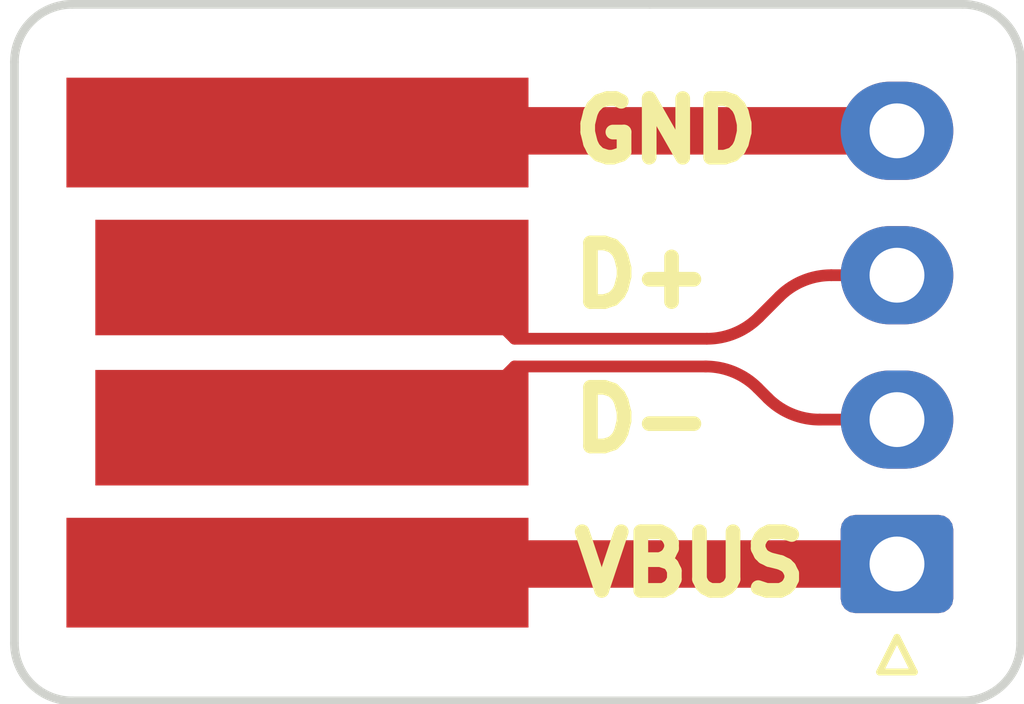
<source format=kicad_pcb>
(kicad_pcb (version 20210126) (generator pcbnew)
  (title_block (title "USB-PCB") (date "2021/02/13") (rev "A00") (company "Brad Ferguson") (comment 1 "MIT License"))
  (layers (0 "F.Cu" signal "TOP") (31 "B.Cu" signal "BOTTOM") (34 "B.Paste" user) (35 "F.Paste" user) (36 "B.SilkS" user "B.Silkscreen") (37 "F.SilkS" user "F.Silkscreen") (38 "B.Mask" user) (39 "F.Mask" user) (44 "Edge.Cuts" user))
  (net 0 "")
  (net 1 "GND")
  (net 2 "USB_D+")
  (net 3 "USB_D-")
  (net 4 "USB_VBUS")
  (footprint "usb-PCB:usb-PCB" (layer "F.Cu") (at 105.37 103.655 -90)
    (fp_text reference "J2" hide)
    (fp_text value "USB_A_PLUG" hide)
    (pad "1" connect rect (at 3.81 -4.9 270) (size 1.9 8) (layers "F.Cu" "F.Mask") (net 4 "USB_VBUS"))
    (pad "2" connect rect (at 1.3 -5.15 270) (size 2 7.5) (layers "F.Cu" "F.Mask") (net 3 "USB_D-"))
    (pad "3" connect rect (at -1.3 -5.15 270) (size 2 7.5) (layers "F.Cu" "F.Mask") (net 2 "USB_D+"))
    (pad "4" connect rect (at -3.81 -4.9 270) (size 1.9 8) (layers "F.Cu" "F.Mask") (net 1 "GND"))
  )
  (footprint "Connector_JST:JST_XH_S4B-XH-A-1_1x04_P2.50mm_Horizontal" (layer "F.Cu") (at 120.65 107.315 90)
    (fp_text reference "J1" hide)
    (fp_text value "Conn_01x04_Female")
    (fp_line (start -1.87 -0.3) (end -1.27 0) (layer "F.SilkS") (width 0.12))
    (fp_line (start -1.87 0.3) (end -1.87 -0.3) (layer "F.SilkS") (width 0.12))
    (fp_line (start -1.27 0) (end -1.87 0.3) (layer "F.SilkS") (width 0.12))
    (pad "1" thru_hole roundrect (at 0 0 90) (size 1.7 1.95) (drill 0.95) (layers *.Cu *.Mask) (roundrect_rratio 0.147059))
    (pad "2" thru_hole oval (at 2.5 0 90) (size 1.7 1.95) (drill 0.95) (layers *.Cu *.Mask))
    (pad "3" thru_hole oval (at 5 0 90) (size 1.7 1.95) (drill 0.95) (layers *.Cu *.Mask))
    (pad "4" thru_hole oval (at 7.5 0 90) (size 1.7 1.95) (drill 0.95) (layers *.Cu *.Mask))
  )
  (gr_arc (start 106.37 108.685) (end 106.37 109.685) (angle 90) (layer "Edge.Cuts") (width 0.15))
  (gr_line (start 121.79 97.625) (end 116.37 97.625) (angle 90) (layer "Edge.Cuts") (width 0.15))
  (gr_arc (start 106.37 98.625) (end 105.37 98.625) (angle 90) (layer "Edge.Cuts") (width 0.15))
  (gr_line (start 122.789997 108.684923) (end 122.79 98.625) (angle 90) (layer "Edge.Cuts") (width 0.15))
  (gr_line (start 105.37 98.625) (end 105.37 108.685) (angle 90) (layer "Edge.Cuts") (width 0.15))
  (gr_arc (start 121.79 98.624997) (end 121.79 97.625) (angle 90) (layer "Edge.Cuts") (width 0.15))
  (gr_line (start 106.37 97.625) (end 116.37 97.625) (angle 90) (layer "Edge.Cuts") (width 0.15))
  (gr_line (start 121.789997 109.684923) (end 106.37 109.685) (angle 90) (layer "Edge.Cuts") (width 0.15))
  (gr_arc (start 121.79 108.684923) (end 122.789997 108.684923) (angle 90) (layer "Edge.Cuts") (width 0.15))
  (gr_text "D+" (at 114.935 102.315) (layer "F.SilkS") (effects (font (size 1.016 1.016) (thickness 0.254)) (justify left)))
  (gr_text "GND" (at 114.935 99.815) (layer "F.SilkS") (effects (font (size 1.016 1.016) (thickness 0.254)) (justify left)))
  (gr_text "VBUS" (at 114.935 107.315) (layer "F.SilkS") (effects (font (size 1.016 1.016) (thickness 0.254)) (justify left)))
  (gr_text "D-" (at 114.935 104.815) (layer "F.SilkS") (effects (font (size 1.016 1.016) (thickness 0.254)) (justify left)))
  (segment (start 120.65 99.815) (end 110.3 99.815) (width 0.8218) (layer "F.Cu") (net 1))
  (segment (start 110.3 99.815) (end 110.27 99.845) (width 0.8218) (layer "F.Cu") (net 1))
  (segment (start 113.19 102.575) (end 114.03 103.415) (width 0.2032) (layer "F.Cu") (net 2))
  (segment (start 110.27 102.575) (end 113.19 102.575) (width 0.127) (layer "F.Cu") (net 2))
  (segment (start 118.613025 102.686975) (end 118.256974 103.043026) (width 0.2032) (layer "F.Cu") (net 2))
  (segment (start 114.03 103.415) (end 117.358949 103.415) (width 0.2032) (layer "F.Cu") (net 2))
  (segment (start 120.65 102.315) (end 119.511051 102.315) (width 0.2032) (layer "F.Cu") (net 2))
  (arc (start 119.511051 102.315) (mid 119.025043 102.411673) (end 118.613025 102.686975) (width 0.2032) (layer "F.Cu") (net 2))
  (arc (start 118.256974 103.043026) (mid 117.844957 103.318327) (end 117.358949 103.415) (width 0.2032) (layer "F.Cu") (net 2))
  (segment (start 114.03 103.895) (end 117.338949 103.895) (width 0.2032) (layer "F.Cu") (net 3))
  (segment (start 118.236975 104.266975) (end 118.413026 104.443026) (width 0.2032) (layer "F.Cu") (net 3))
  (segment (start 113.19 104.735) (end 114.03 103.895) (width 0.2032) (layer "F.Cu") (net 3))
  (segment (start 119.311051 104.815) (end 120.65 104.815) (width 0.2032) (layer "F.Cu") (net 3))
  (segment (start 110.27 104.735) (end 113.19 104.735) (width 0.127) (layer "F.Cu") (net 3))
  (arc (start 118.413026 104.443026) (mid 118.825043 104.718327) (end 119.311051 104.815) (width 0.2032) (layer "F.Cu") (net 3))
  (arc (start 117.338949 103.895) (mid 117.824957 103.991673) (end 118.236975 104.266975) (width 0.2032) (layer "F.Cu") (net 3))
  (segment (start 120.65 107.315) (end 114.3 107.315) (width 0.8218) (layer "F.Cu") (net 4))
)
</source>
